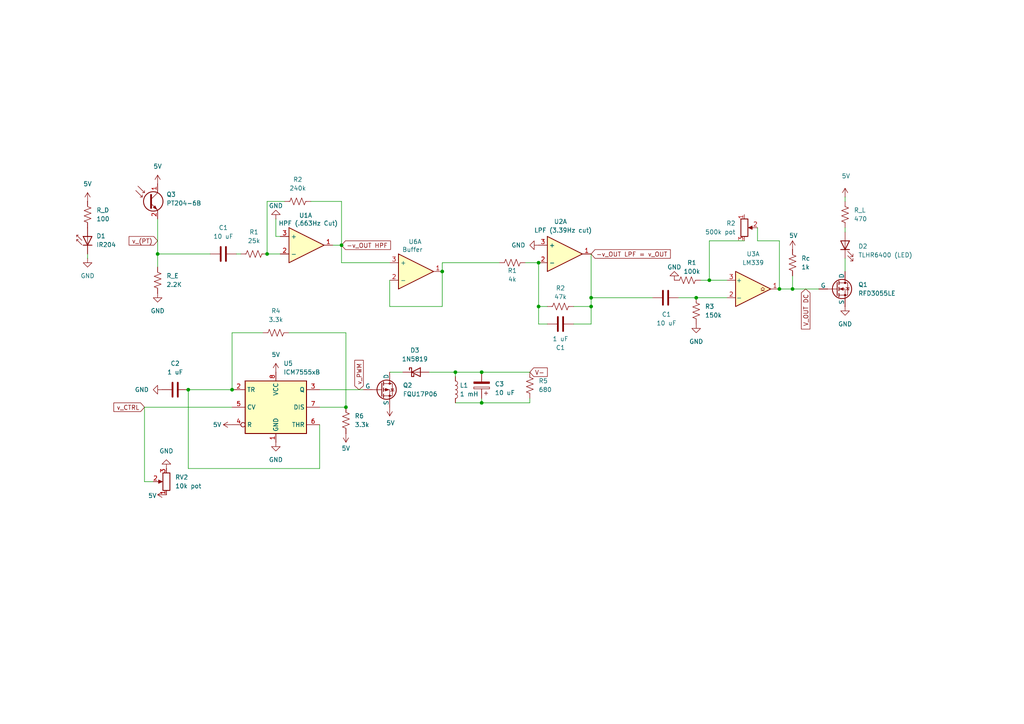
<source format=kicad_sch>
(kicad_sch (version 20231120) (generator "eeschema") (generator_version "8.0")
  (paper "A4")
  (lib_symbols
    (symbol "Comparator:LM393" (pin_names (offset 0.127))
      (property "Reference" "U" (at 3.81 3.81 0))
      (property "Value" "LM393" (at 6.35 -3.81 0))
      (symbol "LM393_1_1"
        (polyline (pts (xy -5.08 5.08) (xy 5.08 0) (xy -5.08 -5.08) (xy -5.08 5.08)) (stroke (width 0.254)) (fill (type background)))
        (polyline (pts (xy 3.302 -0.508) (xy 2.794 -0.508) (xy 3.302 0) (xy 2.794 0.508) (xy 2.286 0) (xy 2.794 -0.508) (xy 2.286 -0.508)) (stroke (width 0.127)))
        (pin open_collector line (at 7.62 0 180) (length 2.54) (name "~") (number "1"))
        (pin input line (at -7.62 -2.54 0) (length 2.54) (name "-") (number "2"))
        (pin input line (at -7.62 2.54 0) (length 2.54) (name "+") (number "3"))
      )
      (symbol "LM393_2_1"
        (polyline (pts (xy -5.08 5.08) (xy 5.08 0) (xy -5.08 -5.08) (xy -5.08 5.08)) (stroke (width 0.254)) (fill (type background)))
        (polyline (pts (xy 3.302 -0.508) (xy 2.794 -0.508) (xy 3.302 0) (xy 2.794 0.508) (xy 2.286 0) (xy 2.794 -0.508) (xy 2.286 -0.508)) (stroke (width 0.127)))
        (pin input line (at -7.62 2.54 0) (length 2.54) (name "+") (number "5"))
        (pin input line (at -7.62 -2.54 0) (length 2.54) (name "-") (number "6"))
        (pin open_collector line (at 7.62 0 180) (length 2.54) (name "~") (number "7"))
      )
      (symbol "LM393_3_1"
        (pin power_in line (at -2.54 -7.62 90) (length 3.81) (name "V-") (number "4"))
        (pin power_in line (at -2.54 7.62 270) (length 3.81) (name "V+") (number "8"))
      )
    )
    (symbol "Device:C" (pin_numbers hide) (pin_names (offset 0.254))
      (property "Reference" "C" (at 0.635 2.54 0))
      (property "Value" "C" (at 0.635 -2.54 0))
      (symbol "C_0_1"
        (polyline (pts (xy -2.032 -0.762) (xy 2.032 -0.762)) (stroke (width 0.508)))
        (polyline (pts (xy -2.032 0.762) (xy 2.032 0.762)) (stroke (width 0.508)))
      )
      (symbol "C_1_1"
        (pin passive line (at 0 3.81 270) (length 2.794) (name "~") (number "1"))
        (pin passive line (at 0 -3.81 90) (length 2.794) (name "~") (number "2"))
      )
    )
    (symbol "Device:C_Polarized" (pin_numbers hide) (pin_names (offset 0.254))
      (property "Reference" "C" (at 0.635 2.54 0))
      (property "Value" "C_Polarized" (at 0.635 -2.54 0))
      (symbol "C_Polarized_0_1"
        (rectangle (start -2.286 0.508) (end 2.286 1.016))
        (polyline (pts (xy -1.778 2.286) (xy -0.762 2.286)))
        (polyline (pts (xy -1.27 2.794) (xy -1.27 1.778)))
        (rectangle (start 2.286 -0.508) (end -2.286 -1.016) (fill (type outline)))
      )
      (symbol "C_Polarized_1_1"
        (pin passive line (at 0 3.81 270) (length 2.794) (name "~") (number "1"))
        (pin passive line (at 0 -3.81 90) (length 2.794) (name "~") (number "2"))
      )
    )
    (symbol "Device:L" (pin_numbers hide) (pin_names (offset 1.016) hide)
      (property "Reference" "L" (at -1.27 0 90))
      (property "Value" "L" (at 1.905 0 90))
      (symbol "L_0_1"
        (arc (start 0 -2.54) (mid 0.6323 -1.905) (end 0 -1.27))
        (arc (start 0 -1.27) (mid 0.6323 -0.635) (end 0 0))
        (arc (start 0 0) (mid 0.6323 0.635) (end 0 1.27))
        (arc (start 0 1.27) (mid 0.6323 1.905) (end 0 2.54))
      )
      (symbol "L_1_1"
        (pin passive line (at 0 3.81 270) (length 1.27) (name "1") (number "1"))
        (pin passive line (at 0 -3.81 90) (length 1.27) (name "2") (number "2"))
      )
    )
    (symbol "Device:LED" (pin_numbers hide) (pin_names (offset 1.016) hide)
      (property "Reference" "D" (at 0 2.54 0))
      (property "Value" "LED" (at 0 -2.54 0))
      (symbol "LED_0_1"
        (polyline (pts (xy -1.27 -1.27) (xy -1.27 1.27)) (stroke (width 0.254)))
        (polyline (pts (xy -1.27 0) (xy 1.27 0)))
        (polyline (pts (xy 1.27 -1.27) (xy 1.27 1.27) (xy -1.27 0) (xy 1.27 -1.27)) (stroke (width 0.254)))
        (polyline (pts (xy -3.048 -0.762) (xy -4.572 -2.286) (xy -3.81 -2.286) (xy -4.572 -2.286) (xy -4.572 -1.524)))
        (polyline (pts (xy -1.778 -0.762) (xy -3.302 -2.286) (xy -2.54 -2.286) (xy -3.302 -2.286) (xy -3.302 -1.524)))
      )
      (symbol "LED_1_1"
        (pin passive line (at -3.81 0 0) (length 2.54) (name "K") (number "1"))
        (pin passive line (at 3.81 0 180) (length 2.54) (name "A") (number "2"))
      )
    )
    (symbol "Device:Opamp_Dual"
      (property "Reference" "U" (at 0 5.08 0))
      (property "Value" "Opamp_Dual" (at 0 -5.08 0))
      (symbol "Opamp_Dual_1_1"
        (polyline (pts (xy -5.08 5.08) (xy 5.08 0) (xy -5.08 -5.08) (xy -5.08 5.08)) (stroke (width 0.254)) (fill (type background)))
        (pin output line (at 7.62 0 180) (length 2.54) (name "~") (number "1"))
        (pin input line (at -7.62 -2.54 0) (length 2.54) (name "-") (number "2"))
        (pin input line (at -7.62 2.54 0) (length 2.54) (name "+") (number "3"))
      )
      (symbol "Opamp_Dual_2_1"
        (polyline (pts (xy -5.08 5.08) (xy 5.08 0) (xy -5.08 -5.08) (xy -5.08 5.08)) (stroke (width 0.254)) (fill (type background)))
        (pin input line (at -7.62 2.54 0) (length 2.54) (name "+") (number "5"))
        (pin input line (at -7.62 -2.54 0) (length 2.54) (name "-") (number "6"))
        (pin output line (at 7.62 0 180) (length 2.54) (name "~") (number "7"))
      )
      (symbol "Opamp_Dual_3_1"
        (pin power_in line (at -2.54 -7.62 90) (length 3.81) (name "V-") (number "4"))
        (pin power_in line (at -2.54 7.62 270) (length 3.81) (name "V+") (number "8"))
      )
    )
    (symbol "Device:R_Potentiometer" (pin_names (offset 1.016) hide)
      (property "Reference" "RV" (at -4.445 0 90))
      (property "Value" "R_Potentiometer" (at -2.54 0 90))
      (symbol "R_Potentiometer_0_1"
        (polyline (pts (xy 2.54 0) (xy 1.524 0)))
        (polyline (pts (xy 1.143 0) (xy 2.286 0.508) (xy 2.286 -0.508) (xy 1.143 0)) (fill (type outline)))
        (rectangle (start 1.016 2.54) (end -1.016 -2.54) (stroke (width 0.254)))
      )
      (symbol "R_Potentiometer_1_1"
        (pin passive line (at 0 3.81 270) (length 1.27) (name "1") (number "1"))
        (pin passive line (at 3.81 0 180) (length 1.27) (name "2") (number "2"))
        (pin passive line (at 0 -3.81 90) (length 1.27) (name "3") (number "3"))
      )
    )
    (symbol "Device:R_US" (pin_numbers hide) (pin_names (offset 0))
      (property "Reference" "R" (at 2.54 0 90))
      (property "Value" "R_US" (at -2.54 0 90))
      (symbol "R_US_0_1"
        (polyline (pts (xy 0 -2.286) (xy 0 -2.54)))
        (polyline (pts (xy 0 2.286) (xy 0 2.54)))
        (polyline (pts (xy 0 -0.762) (xy 1.016 -1.143) (xy 0 -1.524) (xy -1.016 -1.905) (xy 0 -2.286)))
        (polyline (pts (xy 0 0.762) (xy 1.016 0.381) (xy 0 0) (xy -1.016 -0.381) (xy 0 -0.762)))
        (polyline (pts (xy 0 2.286) (xy 1.016 1.905) (xy 0 1.524) (xy -1.016 1.143) (xy 0 0.762)))
      )
      (symbol "R_US_1_1"
        (pin passive line (at 0 3.81 270) (length 1.27) (name "~") (number "1"))
        (pin passive line (at 0 -3.81 90) (length 1.27) (name "~") (number "2"))
      )
    )
    (symbol "Diode:1N5819" (pin_numbers hide) (pin_names (offset 1.016) hide)
      (property "Reference" "D" (at 0 2.54 0))
      (property "Value" "1N5819" (at 0 -2.54 0))
      (symbol "1N5819_0_1"
        (polyline (pts (xy 1.27 0) (xy -1.27 0)))
        (polyline (pts (xy 1.27 1.27) (xy 1.27 -1.27) (xy -1.27 0) (xy 1.27 1.27)) (stroke (width 0.254)))
        (polyline (pts (xy -1.905 0.635) (xy -1.905 1.27) (xy -1.27 1.27) (xy -1.27 -1.27) (xy -0.635 -1.27) (xy -0.635 -0.635)) (stroke (width 0.254)))
      )
      (symbol "1N5819_1_1"
        (pin passive line (at -3.81 0 0) (length 2.54) (name "K") (number "1"))
        (pin passive line (at 3.81 0 180) (length 2.54) (name "A") (number "2"))
      )
    )
    (symbol "LED:IR204A" (pin_numbers hide) (pin_names (offset 1.016) hide)
      (property "Reference" "D" (at 0.508 1.778 0))
      (property "Value" "IR204A" (at -1.016 -2.794 0))
      (symbol "IR204A_0_1"
        (polyline (pts (xy -2.54 1.27) (xy -2.54 -1.27)) (stroke (width 0.254)))
        (polyline (pts (xy 0 0) (xy -2.54 0)))
        (polyline (pts (xy 0.381 3.175) (xy -0.127 3.175)))
        (polyline (pts (xy -1.143 1.651) (xy 0.381 3.175) (xy 0.381 2.667)))
        (polyline (pts (xy 0 1.27) (xy -2.54 0) (xy 0 -1.27) (xy 0 1.27)) (stroke (width 0.254)))
        (polyline (pts (xy -2.413 1.651) (xy -0.889 3.175) (xy -0.889 2.667) (xy -0.889 3.175) (xy -1.397 3.175)))
      )
      (symbol "IR204A_1_1"
        (pin passive line (at -5.08 0 0) (length 2.54) (name "K") (number "1"))
        (pin passive line (at 2.54 0 180) (length 2.54) (name "A") (number "2"))
      )
    )
    (symbol "Sensor_Optical:BP103BF" (pin_names (offset 0) hide)
      (property "Reference" "Q" (at 5.08 1.27 0))
      (property "Value" "BP103BF" (at 5.08 -1.27 0))
      (symbol "BP103BF_0_1"
        (polyline (pts (xy -1.905 1.27) (xy -2.54 1.27)))
        (polyline (pts (xy -1.27 2.54) (xy -1.905 2.54)))
        (polyline (pts (xy 0.635 0.635) (xy 2.54 2.54)))
        (polyline (pts (xy -3.81 3.175) (xy -1.905 1.27) (xy -1.905 1.905)))
        (polyline (pts (xy -3.175 4.445) (xy -1.27 2.54) (xy -1.27 3.175)))
        (polyline (pts (xy 0.635 -0.635) (xy 2.54 -2.54) (xy 2.54 -2.54)))
        (polyline (pts (xy 0.635 1.905) (xy 0.635 -1.905) (xy 0.635 -1.905)) (stroke (width 0.508)))
        (polyline (pts (xy 1.27 -1.778) (xy 1.778 -1.27) (xy 2.286 -2.286) (xy 1.27 -1.778) (xy 1.27 -1.778)) (fill (type outline)))
        (circle (center 1.27 0) (radius 2.8194) (stroke (width 0.254)))
      )
      (symbol "BP103BF_1_1"
        (pin passive line (at 2.54 5.08 270) (length 2.54) (name "C") (number "1"))
        (pin passive line (at 2.54 -5.08 90) (length 2.54) (name "E") (number "2"))
      )
    )
    (symbol "Simulation_SPICE:NMOS" (pin_numbers hide) (pin_names (offset 0))
      (property "Reference" "Q" (at 5.08 1.27 0))
      (property "Value" "NMOS" (at 5.08 -1.27 0))
      (symbol "NMOS_0_1"
        (polyline (pts (xy 0.254 0) (xy -2.54 0)))
        (polyline (pts (xy 0.254 1.905) (xy 0.254 -1.905)) (stroke (width 0.254)))
        (polyline (pts (xy 0.762 -1.27) (xy 0.762 -2.286)) (stroke (width 0.254)))
        (polyline (pts (xy 0.762 0.508) (xy 0.762 -0.508)) (stroke (width 0.254)))
        (polyline (pts (xy 0.762 2.286) (xy 0.762 1.27)) (stroke (width 0.254)))
        (polyline (pts (xy 2.54 2.54) (xy 2.54 1.778)))
        (polyline (pts (xy 2.54 -2.54) (xy 2.54 0) (xy 0.762 0)))
        (polyline (pts (xy 0.762 -1.778) (xy 3.302 -1.778) (xy 3.302 1.778) (xy 0.762 1.778)))
        (polyline (pts (xy 1.016 0) (xy 2.032 0.381) (xy 2.032 -0.381) (xy 1.016 0)) (fill (type outline)))
        (polyline (pts (xy 2.794 0.508) (xy 2.921 0.381) (xy 3.683 0.381) (xy 3.81 0.254)))
        (polyline (pts (xy 3.302 0.381) (xy 2.921 -0.254) (xy 3.683 -0.254) (xy 3.302 0.381)))
        (circle (center 1.651 0) (radius 2.794) (stroke (width 0.254)))
        (circle (center 2.54 -1.778) (radius 0.254) (fill (type outline)))
        (circle (center 2.54 1.778) (radius 0.254) (fill (type outline)))
      )
      (symbol "NMOS_1_1"
        (pin passive line (at 2.54 5.08 270) (length 2.54) (name "D") (number "1"))
        (pin input line (at -5.08 0 0) (length 2.54) (name "G") (number "2"))
        (pin passive line (at 2.54 -5.08 90) (length 2.54) (name "S") (number "3"))
      )
    )
    (symbol "Simulation_SPICE:PMOS" (pin_numbers hide) (pin_names (offset 0))
      (property "Reference" "Q" (at 5.08 1.27 0))
      (property "Value" "PMOS" (at 5.08 -1.27 0))
      (symbol "PMOS_0_1"
        (polyline (pts (xy 0.254 0) (xy -2.54 0)))
        (polyline (pts (xy 0.254 1.905) (xy 0.254 -1.905)) (stroke (width 0.254)))
        (polyline (pts (xy 0.762 -1.27) (xy 0.762 -2.286)) (stroke (width 0.254)))
        (polyline (pts (xy 0.762 0.508) (xy 0.762 -0.508)) (stroke (width 0.254)))
        (polyline (pts (xy 0.762 2.286) (xy 0.762 1.27)) (stroke (width 0.254)))
        (polyline (pts (xy 2.54 2.54) (xy 2.54 1.778)))
        (polyline (pts (xy 2.54 -2.54) (xy 2.54 0) (xy 0.762 0)))
        (polyline (pts (xy 0.762 1.778) (xy 3.302 1.778) (xy 3.302 -1.778) (xy 0.762 -1.778)))
        (polyline (pts (xy 2.286 0) (xy 1.27 0.381) (xy 1.27 -0.381) (xy 2.286 0)) (fill (type outline)))
        (polyline (pts (xy 2.794 -0.508) (xy 2.921 -0.381) (xy 3.683 -0.381) (xy 3.81 -0.254)))
        (polyline (pts (xy 3.302 -0.381) (xy 2.921 0.254) (xy 3.683 0.254) (xy 3.302 -0.381)))
        (circle (center 1.651 0) (radius 2.794) (stroke (width 0.254)))
        (circle (center 2.54 -1.778) (radius 0.254) (fill (type outline)))
        (circle (center 2.54 1.778) (radius 0.254) (fill (type outline)))
      )
      (symbol "PMOS_1_1"
        (pin passive line (at 2.54 5.08 270) (length 2.54) (name "D") (number "1"))
        (pin input line (at -5.08 0 0) (length 2.54) (name "G") (number "2"))
        (pin passive line (at 2.54 -5.08 90) (length 2.54) (name "S") (number "3"))
      )
    )
    (symbol "Timer:ICM7555xB"
      (property "Reference" "U" (at -10.16 8.89 0))
      (property "Value" "ICM7555xB" (at 2.54 8.89 0))
      (symbol "ICM7555xB_0_0"
        (pin power_in line (at 0 -10.16 90) (length 2.54) (name "GND") (number "1"))
        (pin power_in line (at 0 10.16 270) (length 2.54) (name "VCC") (number "8"))
      )
      (symbol "ICM7555xB_0_1"
        (rectangle (start -8.89 -7.62) (end 8.89 7.62) (stroke (width 0.254)) (fill (type background)))
        (rectangle (start -8.89 -7.62) (end 8.89 7.62) (stroke (width 0.254)) (fill (type background)))
      )
      (symbol "ICM7555xB_1_1"
        (pin input line (at -12.7 5.08 0) (length 3.81) (name "TR") (number "2"))
        (pin output line (at 12.7 5.08 180) (length 3.81) (name "Q") (number "3"))
        (pin input inverted (at -12.7 -5.08 0) (length 3.81) (name "R") (number "4"))
        (pin input line (at -12.7 0 0) (length 3.81) (name "CV") (number "5"))
        (pin input line (at 12.7 -5.08 180) (length 3.81) (name "THR") (number "6"))
        (pin input line (at 12.7 0 180) (length 3.81) (name "DIS") (number "7"))
      )
    )
    (symbol "power:GND" (power) (pin_numbers hide) (pin_names (offset 0) hide)
      (property "Value" "GND" (at 0 -3.81 0))
      (symbol "GND_0_1"
        (polyline (pts (xy 0 0) (xy 0 -1.27) (xy 1.27 -1.27) (xy 0 -2.54) (xy -1.27 -1.27) (xy 0 -1.27)))
      )
      (symbol "GND_1_1"
        (pin power_in line (at 0 0 270) (length 0) (name "~") (number "1"))
      )
    )
    (symbol "power:GND1" (power) (pin_numbers hide) (pin_names (offset 0) hide)
      (property "Value" "GND1" (at 0 -3.81 0))
      (symbol "GND1_0_1"
        (polyline (pts (xy 0 0) (xy 0 -1.27) (xy 1.27 -1.27) (xy 0 -2.54) (xy -1.27 -1.27) (xy 0 -1.27)))
      )
      (symbol "GND1_1_1"
        (pin power_in line (at 0 0 270) (length 0) (name "~") (number "1"))
      )
    )
    (symbol "power:VAA" (power) (pin_numbers hide) (pin_names (offset 0) hide)
      (property "Value" "VAA" (at 0 3.556 0))
      (symbol "VAA_0_1"
        (polyline (pts (xy -0.762 1.27) (xy 0 2.54)))
        (polyline (pts (xy 0 0) (xy 0 2.54)))
        (polyline (pts (xy 0 2.54) (xy 0.762 1.27)))
      )
      (symbol "VAA_1_1"
        (pin power_in line (at 0 0 90) (length 0) (name "~") (number "1"))
      )
    )
    (symbol "power:VCCQ" (power) (pin_numbers hide) (pin_names (offset 0) hide)
      (property "Value" "VCCQ" (at 0 3.556 0))
      (symbol "VCCQ_0_1"
        (polyline (pts (xy -0.762 1.27) (xy 0 2.54)))
        (polyline (pts (xy 0 0) (xy 0 2.54)))
        (polyline (pts (xy 0 2.54) (xy 0.762 1.27)))
      )
      (symbol "VCCQ_1_1"
        (pin power_in line (at 0 0 90) (length 0) (name "~") (number "1"))
      )
    )
  )
  (junction (at 226.06 83.82))
  (junction (at 171.45 86.36))
  (junction (at 99.06 71.12))
  (junction (at 156.21 88.9))
  (junction (at 67.31 113.03))
  (junction (at 128.27 78.74))
  (junction (at 54.61 113.03))
  (junction (at 156.21 76.2))
  (junction (at 139.7 107.95))
  (junction (at 201.93 86.36))
  (junction (at 229.87 83.82))
  (junction (at 100.33 118.11))
  (junction (at 77.47 73.66))
  (junction (at 45.72 73.66))
  (junction (at 132.08 107.95))
  (junction (at 171.45 88.9))
  (junction (at 205.74 81.28))
  (junction (at 139.7 116.84))
  (wire (pts (xy 132.08 107.95) (xy 139.7 107.95)))
  (wire (pts (xy 45.72 63.5) (xy 45.72 73.66)))
  (wire (pts (xy 54.61 113.03) (xy 67.31 113.03)))
  (wire (pts (xy 156.21 93.98) (xy 156.21 88.9)))
  (wire (pts (xy 139.7 115.57) (xy 139.7 116.84)))
  (wire (pts (xy 171.45 73.66) (xy 171.45 86.36)))
  (wire (pts (xy 205.74 69.85) (xy 215.9 69.85)))
  (wire (pts (xy 90.17 58.42) (xy 99.06 58.42)))
  (wire (pts (xy 229.87 83.82) (xy 226.06 83.82)))
  (wire (pts (xy 45.72 73.66) (xy 45.72 77.47)))
  (wire (pts (xy 128.27 78.74) (xy 128.27 88.9)))
  (wire (pts (xy 77.47 73.66) (xy 81.28 73.66)))
  (wire (pts (xy 203.2 81.28) (xy 205.74 81.28)))
  (wire (pts (xy 45.72 73.66) (xy 60.96 73.66)))
  (wire (pts (xy 41.91 118.11) (xy 67.31 118.11)))
  (wire (pts (xy 67.31 113.03) (xy 67.31 96.52)))
  (wire (pts (xy 229.87 83.82) (xy 237.49 83.82)))
  (wire (pts (xy 80.01 63.5) (xy 80.01 68.58)))
  (wire (pts (xy 171.45 86.36) (xy 189.23 86.36)))
  (wire (pts (xy 245.11 66.04) (xy 245.11 67.31)))
  (wire (pts (xy 92.71 123.19) (xy 92.71 135.89)))
  (wire (pts (xy 124.46 107.95) (xy 132.08 107.95)))
  (wire (pts (xy 156.21 88.9) (xy 158.75 88.9)))
  (wire (pts (xy 205.74 69.85) (xy 205.74 81.28)))
  (wire (pts (xy 99.06 71.12) (xy 96.52 71.12)))
  (wire (pts (xy 229.87 80.01) (xy 229.87 83.82)))
  (wire (pts (xy 201.93 86.36) (xy 210.82 86.36)))
  (wire (pts (xy 245.11 74.93) (xy 245.11 78.74)))
  (wire (pts (xy 156.21 76.2) (xy 156.21 88.9)))
  (wire (pts (xy 128.27 76.2) (xy 128.27 78.74)))
  (wire (pts (xy 99.06 76.2) (xy 113.03 76.2)))
  (wire (pts (xy 153.67 116.84) (xy 153.67 115.57)))
  (wire (pts (xy 171.45 93.98) (xy 166.37 93.98)))
  (wire (pts (xy 44.45 139.7) (xy 41.91 139.7)))
  (wire (pts (xy 171.45 86.36) (xy 171.45 88.9)))
  (wire (pts (xy 99.06 76.2) (xy 99.06 71.12)))
  (wire (pts (xy 166.37 88.9) (xy 171.45 88.9)))
  (wire (pts (xy 99.06 58.42) (xy 99.06 71.12)))
  (wire (pts (xy 219.71 69.85) (xy 226.06 69.85)))
  (wire (pts (xy 41.91 118.11) (xy 41.91 139.7)))
  (wire (pts (xy 113.03 107.95) (xy 116.84 107.95)))
  (wire (pts (xy 139.7 116.84) (xy 153.67 116.84)))
  (wire (pts (xy 92.71 113.03) (xy 105.41 113.03)))
  (wire (pts (xy 68.58 73.66) (xy 69.85 73.66)))
  (wire (pts (xy 113.03 81.28) (xy 113.03 88.9)))
  (wire (pts (xy 219.71 66.04) (xy 219.71 69.85)))
  (wire (pts (xy 67.31 96.52) (xy 76.2 96.52)))
  (wire (pts (xy 171.45 88.9) (xy 171.45 93.98)))
  (wire (pts (xy 245.11 57.15) (xy 245.11 58.42)))
  (wire (pts (xy 100.33 118.11) (xy 92.71 118.11)))
  (wire (pts (xy 82.55 58.42) (xy 77.47 58.42)))
  (wire (pts (xy 83.82 96.52) (xy 100.33 96.52)))
  (wire (pts (xy 144.78 76.2) (xy 128.27 76.2)))
  (wire (pts (xy 100.33 96.52) (xy 100.33 118.11)))
  (wire (pts (xy 205.74 81.28) (xy 210.82 81.28)))
  (wire (pts (xy 77.47 58.42) (xy 77.47 73.66)))
  (wire (pts (xy 80.01 68.58) (xy 81.28 68.58)))
  (wire (pts (xy 54.61 135.89) (xy 54.61 113.03)))
  (wire (pts (xy 158.75 93.98) (xy 156.21 93.98)))
  (wire (pts (xy 113.03 88.9) (xy 128.27 88.9)))
  (wire (pts (xy 92.71 135.89) (xy 54.61 135.89)))
  (wire (pts (xy 139.7 107.95) (xy 153.67 107.95)))
  (wire (pts (xy 25.4 73.66) (xy 25.4 74.93)))
  (wire (pts (xy 226.06 69.85) (xy 226.06 83.82)))
  (wire (pts (xy 132.08 107.95) (xy 132.08 109.22)))
  (wire (pts (xy 152.4 76.2) (xy 156.21 76.2)))
  (wire (pts (xy 201.93 86.36) (xy 196.85 86.36)))
  (wire (pts (xy 132.08 116.84) (xy 139.7 116.84)))
  (global_label "v_PWM" (shape input) (at 104.14 113.03 90) (property "Intersheetrefs" "${INTERSHEET_REFS}" (effects (hide yes))))
  (global_label "v_(PT)" (shape input) (at 45.72 69.85 180) (property "Intersheetrefs" "${INTERSHEET_REFS}" (effects (hide yes))))
  (global_label "V_OUT DC" (shape input) (at 233.68 83.82 270) (property "Intersheetrefs" "${INTERSHEET_REFS}" (effects (hide yes))))
  (global_label "V-" (shape input) (at 153.67 107.95 0) (property "Intersheetrefs" "${INTERSHEET_REFS}" (effects (hide yes))))
  (global_label "-v_OUT LPF = v_OUT" (shape input) (at 171.45 73.66 0) (property "Intersheetrefs" "${INTERSHEET_REFS}" (effects (hide yes))))
  (global_label "v_CTRL" (shape input) (at 41.91 118.11 180) (property "Intersheetrefs" "${INTERSHEET_REFS}" (effects (hide yes))))
  (global_label "-v_OUT HPF" (shape input) (at 99.06 71.12 0) (property "Intersheetrefs" "${INTERSHEET_REFS}" (effects (hide yes))))
  (symbol (lib_id "Device:R_US") (at 45.72 81.28 180) (unit 1)
    (property "Reference" "R_E" (at 48.26 80.0099 0) (effects (justify right)))
    (property "Value" "2.2K" (at 48.26 82.5499 0) (effects (justify right)))
    (property "Description" "Resistor, US symbol" (effects (hide yes)))
  )
  (symbol (lib_id "Device:C") (at 50.8 113.03 90) (unit 1)
    (property "Reference" "C2" (at 50.8 105.41 90))
    (property "Value" "1 uF" (at 50.8 107.95 90))
    (property "Description" "Unpolarized capacitor" (effects (hide yes)))
  )
  (symbol (lib_id "Device:R_US") (at 201.93 90.17 180) (unit 1)
    (property "Reference" "R3" (at 204.47 88.8999 0) (effects (justify right)))
    (property "Value" "150k" (at 204.47 91.4399 0) (effects (justify right)))
    (property "Description" "Resistor, US symbol" (effects (hide yes)))
  )
  (symbol (lib_id "Device:C") (at 162.56 93.98 270) (unit 1)
    (property "Reference" "C1" (at 162.56 100.838 90))
    (property "Value" "1 uF" (at 162.56 98.298 90))
    (property "Description" "Unpolarized capacitor" (effects (hide yes)))
  )
  (symbol (lib_id "Device:R_US") (at 162.56 88.9 90) (unit 1)
    (property "Reference" "R2" (at 162.56 83.566 90))
    (property "Value" "47k" (at 162.56 86.106 90))
    (property "Description" "Resistor, US symbol" (effects (hide yes)))
  )
  (symbol (lib_id "Device:R_US") (at 73.66 73.66 90) (unit 1)
    (property "Reference" "R1" (at 73.66 67.31 90))
    (property "Value" "25k" (at 73.66 69.85 90))
    (property "Description" "Resistor, US symbol" (effects (hide yes)))
  )
  (symbol (lib_id "Device:L") (at 132.08 113.03 0) (unit 1)
    (property "Reference" "L1" (at 133.35 111.7599 0) (effects (justify left)))
    (property "Value" "1 mH" (at 133.35 114.2999 0) (effects (justify left)))
    (property "Description" "Inductor" (effects (hide yes)))
  )
  (symbol (lib_id "power:GND") (at 80.01 63.5 180) (unit 1)
    (property "Reference" "#PWR01" (effects (hide yes)))
    (property "Value" "GND" (at 80.01 59.69 0))
    (property "Description" "Power symbol creates a global label with name \"GND\" , ground" (effects (hide yes)))
  )
  (symbol (lib_id "power:GND") (at 201.93 93.98 0) (unit 1)
    (property "Reference" "#PWR03" (effects (hide yes)))
    (property "Value" "GND" (at 201.93 99.06 0))
    (property "Description" "Power symbol creates a global label with name \"GND\" , ground" (effects (hide yes)))
  )
  (symbol (lib_id "Device:C") (at 64.77 73.66 90) (unit 1)
    (property "Reference" "C1" (at 64.77 66.04 90))
    (property "Value" "10 uF" (at 64.77 68.58 90))
    (property "Description" "Unpolarized capacitor" (effects (hide yes)))
  )
  (symbol (lib_id "Diode:1N5819") (at 120.65 107.95 0) (unit 1)
    (property "Reference" "D3" (at 120.3325 101.6 0))
    (property "Value" "1N5819" (at 120.3325 104.14 0))
    (property "Footprint" "Diode_THT:D_DO-41_SOD81_P10.16mm_Horizontal" (effects (hide yes)))
    (property "Datasheet" "http://www.vishay.com/docs/88525/1n5817.pdf" (effects (hide yes)))
    (property "Description" "40V 1A Schottky Barrier Rectifier Diode, DO-41" (effects (hide yes)))
  )
  (symbol (lib_id "power:GND1") (at 45.72 85.09 0) (unit 1)
    (property "Reference" "#PWR08" (effects (hide yes)))
    (property "Value" "GND" (at 45.72 90.17 0))
    (property "Description" "Power symbol creates a global label with name \"GND1\" , ground" (effects (hide yes)))
  )
  (symbol (lib_id "power:VCCQ") (at 48.26 143.51 90) (unit 1)
    (property "Reference" "#PWR016" (effects (hide yes)))
    (property "Value" "5V" (at 44.196 143.764 90))
    (property "Description" "Power symbol creates a global label with name \"VCCQ\"" (effects (hide yes)))
  )
  (symbol (lib_id "Device:Opamp_Dual") (at 88.9 71.12 0) (unit 1)
    (property "Reference" "U1" (at 88.646 62.484 0))
    (property "Value" "HPF (.663Hz Cut)" (at 89.408 64.77 0))
    (property "Description" "Dual operational amplifier" (effects (hide yes)))
    (property "Sim.Library" "${KICAD7_SYMBOL_DIR}/Simulation_SPICE.sp" (effects (hide yes)))
    (property "Sim.Name" "kicad_builtin_opamp_dual" (effects (hide yes)))
    (property "Sim.Device" "SUBCKT" (effects (hide yes)))
    (property "Sim.Pins" "1=out1 2=in1- 3=in1+ 4=vee 5=in2+ 6=in2- 7=out2 8=vcc" (effects (hide yes)))
  )
  (symbol (lib_id "Device:Opamp_Dual") (at 163.83 73.66 0) (unit 1)
    (property "Reference" "U2" (at 162.56 64.262 0))
    (property "Value" "LPF (3.39Hz cut)" (at 163.322 66.802 0))
    (property "Description" "Dual operational amplifier" (effects (hide yes)))
    (property "Sim.Library" "${KICAD7_SYMBOL_DIR}/Simulation_SPICE.sp" (effects (hide yes)))
    (property "Sim.Name" "kicad_builtin_opamp_dual" (effects (hide yes)))
    (property "Sim.Device" "SUBCKT" (effects (hide yes)))
    (property "Sim.Pins" "1=out1 2=in1- 3=in1+ 4=vee 5=in2+ 6=in2- 7=out2 8=vcc" (effects (hide yes)))
  )
  (symbol (lib_id "Device:R_US") (at 148.59 76.2 270) (unit 1)
    (property "Reference" "R1" (at 148.59 78.486 90))
    (property "Value" "4k" (at 148.59 81.026 90))
    (property "Description" "Resistor, US symbol" (effects (hide yes)))
  )
  (symbol (lib_id "Simulation_SPICE:PMOS") (at 110.49 113.03 0) (unit 1)
    (property "Reference" "Q2" (at 116.84 111.7599 0) (effects (justify left)))
    (property "Value" "FQU17P06" (at 116.84 114.2999 0) (effects (justify left)))
    (property "Datasheet" "https://ngspice.sourceforge.io/docs/ngspice-html-manual/manual.xhtml#cha_MOSFETs" (effects (hide yes)))
    (property "Description" "P-MOSFET transistor, drain/source/gate" (effects (hide yes)))
    (property "Sim.Device" "PMOS" (effects (hide yes)))
    (property "Sim.Type" "VDMOS" (effects (hide yes)))
    (property "Sim.Pins" "1=D 2=G 3=S" (effects (hide yes)))
  )
  (symbol (lib_id "LED:IR204A") (at 25.4 68.58 90) (unit 1)
    (property "Reference" "D1" (at 27.94 68.4529 90) (effects (justify right)))
    (property "Value" "IR204" (at 27.94 70.9929 90) (effects (justify right)))
    (property "Footprint" "LED_THT:LED_D3.0mm_IRBlack" (effects (hide yes)))
    (property "Datasheet" "http://www.everlight.com/file/ProductFile/IR204-A.pdf" (effects (hide yes)))
    (property "Description" "Infrared LED , 3mm LED package" (effects (hide yes)))
  )
  (symbol (lib_id "Sensor_Optical:BP103BF") (at 43.18 58.42 0) (unit 1)
    (property "Reference" "Q3" (at 48.26 56.4006 0) (effects (justify left)))
    (property "Value" "PT204-6B" (at 48.26 58.9406 0) (effects (justify left)))
    (property "Footprint" "LED_THT:LED_D5.0mm_Clear" (effects (hide yes)))
    (property "Datasheet" "http://www.b-kainka.de/Daten/Sensor/bp103bf.pdf" (effects (hide yes)))
    (property "Description" "NPN phototransistor with daylight filter" (effects (hide yes)))
  )
  (symbol (lib_id "Device:C_Polarized") (at 139.7 111.76 180) (unit 1)
    (property "Reference" "C3" (at 143.51 111.3789 0) (effects (justify right)))
    (property "Value" "10 uF" (at 143.51 113.9189 0) (effects (justify right)))
    (property "Description" "Polarized capacitor" (effects (hide yes)))
  )
  (symbol (lib_id "power:GND1") (at 48.26 135.89 180) (unit 1)
    (property "Reference" "#PWR023" (effects (hide yes)))
    (property "Value" "GND" (at 48.26 130.81 0))
    (property "Description" "Power symbol creates a global label with name \"GND1\" , ground" (effects (hide yes)))
  )
  (symbol (lib_id "power:GND1") (at 25.4 74.93 0) (unit 1)
    (property "Reference" "#PWR010" (effects (hide yes)))
    (property "Value" "GND" (at 25.4 80.01 0))
    (property "Description" "Power symbol creates a global label with name \"GND1\" , ground" (effects (hide yes)))
  )
  (symbol (lib_id "Device:R_US") (at 153.67 111.76 0) (unit 1)
    (property "Reference" "R5" (at 156.21 110.4899 0) (effects (justify left)))
    (property "Value" "680" (at 156.21 113.0299 0) (effects (justify left)))
    (property "Description" "Resistor, US symbol" (effects (hide yes)))
  )
  (symbol (lib_id "Simulation_SPICE:NMOS") (at 242.57 83.82 0) (unit 1)
    (property "Reference" "Q1" (at 248.92 82.5499 0) (effects (justify left)))
    (property "Value" "RFD3055LE" (at 248.92 85.0899 0) (effects (justify left)))
    (property "Datasheet" "https://ngspice.sourceforge.io/docs/ngspice-html-manual/manual.xhtml#cha_MOSFETs" (effects (hide yes)))
    (property "Description" "N-MOSFET transistor, drain/source/gate" (effects (hide yes)))
    (property "Sim.Device" "NMOS" (effects (hide yes)))
    (property "Sim.Type" "VDMOS" (effects (hide yes)))
    (property "Sim.Pins" "1=D 2=G 3=S" (effects (hide yes)))
  )
  (symbol (lib_id "power:VCCQ") (at 100.33 125.73 180) (unit 1)
    (property "Reference" "#PWR019" (effects (hide yes)))
    (property "Value" "5V" (at 99.06 130.048 0) (effects (justify right)))
    (property "Description" "Power symbol creates a global label with name \"VCCQ\"" (effects (hide yes)))
  )
  (symbol (lib_id "power:VCCQ") (at 113.03 118.11 180) (unit 1)
    (property "Reference" "#PWR018" (effects (hide yes)))
    (property "Value" "5V" (at 112.014 122.682 0) (effects (justify right)))
    (property "Description" "Power symbol creates a global label with name \"VCCQ\"" (effects (hide yes)))
  )
  (symbol (lib_id "Device:R_US") (at 25.4 62.23 180) (unit 1)
    (property "Reference" "R_D" (at 27.94 60.9599 0) (effects (justify right)))
    (property "Value" "100" (at 27.94 63.4999 0) (effects (justify right)))
    (property "Description" "Resistor, US symbol" (effects (hide yes)))
  )
  (symbol (lib_id "power:VCCQ") (at 67.31 123.19 90) (unit 1)
    (property "Reference" "#PWR014" (effects (hide yes)))
    (property "Value" "5V" (at 62.992 123.19 90))
    (property "Description" "Power symbol creates a global label with name \"VCCQ\"" (effects (hide yes)))
  )
  (symbol (lib_id "power:GND") (at 245.11 88.9 0) (unit 1)
    (property "Reference" "#PWR011" (effects (hide yes)))
    (property "Value" "GND" (at 245.11 93.98 0))
    (property "Description" "Power symbol creates a global label with name \"GND\" , ground" (effects (hide yes)))
  )
  (symbol (lib_id "power:VAA") (at 229.87 72.39 0) (unit 1)
    (property "Reference" "#PWR05" (effects (hide yes)))
    (property "Value" "5V" (at 228.854 68.326 0) (effects (justify left)))
    (property "Description" "Power symbol creates a global label with name \"VAA\"" (effects (hide yes)))
  )
  (symbol (lib_id "Device:R_Potentiometer") (at 48.26 139.7 180) (unit 1)
    (property "Reference" "RV2" (at 50.8 138.4299 0) (effects (justify right)))
    (property "Value" "10k pot" (at 50.8 140.9699 0) (effects (justify right)))
    (property "Description" "Potentiometer" (effects (hide yes)))
  )
  (symbol (lib_id "Timer:ICM7555xB") (at 80.01 118.11 0) (unit 1)
    (property "Reference" "U5" (at 82.2041 105.41 0) (effects (justify left)))
    (property "Value" "ICM7555xB" (at 82.2041 107.95 0) (effects (justify left)))
    (property "Footprint" "Package_SO:SOIC-8_3.9x4.9mm_P1.27mm" (effects (hide yes)))
    (property "Datasheet" "http://www.intersil.com/content/dam/Intersil/documents/icm7/icm7555-56.pdf" (effects (hide yes)))
    (property "Description" "CMOS General Purpose Timer, 555 compatible, SOIC-8" (effects (hide yes)))
  )
  (symbol (lib_id "Device:R_US") (at 80.01 96.52 90) (unit 1)
    (property "Reference" "R4" (at 80.01 90.17 90))
    (property "Value" "3.3k" (at 80.01 92.71 90))
    (property "Description" "Resistor, US symbol" (effects (hide yes)))
  )
  (symbol (lib_id "power:VCCQ") (at 45.72 53.34 0) (unit 1)
    (property "Reference" "#PWR09" (effects (hide yes)))
    (property "Value" "5V" (at 45.72 48.26 0))
    (property "Description" "Power symbol creates a global label with name \"VCCQ\"" (effects (hide yes)))
  )
  (symbol (lib_id "Device:R_US") (at 245.11 62.23 180) (unit 1)
    (property "Reference" "R_L" (at 247.65 60.9599 0) (effects (justify right)))
    (property "Value" "470" (at 247.65 63.4999 0) (effects (justify right)))
    (property "Description" "Resistor, US symbol" (effects (hide yes)))
  )
  (symbol (lib_id "Device:Opamp_Dual") (at 120.65 78.74 0) (unit 1)
    (property "Reference" "U6" (at 120.396 70.104 0))
    (property "Value" "Buffer" (at 119.634 72.39 0))
    (property "Description" "Dual operational amplifier" (effects (hide yes)))
    (property "Sim.Library" "${KICAD7_SYMBOL_DIR}/Simulation_SPICE.sp" (effects (hide yes)))
    (property "Sim.Name" "kicad_builtin_opamp_dual" (effects (hide yes)))
    (property "Sim.Device" "SUBCKT" (effects (hide yes)))
    (property "Sim.Pins" "1=out1 2=in1- 3=in1+ 4=vee 5=in2+ 6=in2- 7=out2 8=vcc" (effects (hide yes)))
  )
  (symbol (lib_id "power:VCCQ") (at 80.01 107.95 0) (unit 1)
    (property "Reference" "#PWR013" (effects (hide yes)))
    (property "Value" "5V" (at 78.74 102.87 0) (effects (justify left)))
    (property "Description" "Power symbol creates a global label with name \"VCCQ\"" (effects (hide yes)))
  )
  (symbol (lib_id "power:GND1") (at 46.99 113.03 270) (unit 1)
    (property "Reference" "#PWR015" (effects (hide yes)))
    (property "Value" "GND" (at 43.18 113.0299 90) (effects (justify right)))
    (property "Description" "Power symbol creates a global label with name \"GND1\" , ground" (effects (hide yes)))
  )
  (symbol (lib_id "power:GND") (at 156.21 71.12 270) (unit 1)
    (property "Reference" "#PWR02" (effects (hide yes)))
    (property "Value" "GND" (at 152.4 71.1199 90) (effects (justify right)))
    (property "Description" "Power symbol creates a global label with name \"GND\" , ground" (effects (hide yes)))
  )
  (symbol (lib_id "power:VAA") (at 245.11 57.15 0) (unit 1)
    (property "Reference" "#PWR07" (effects (hide yes)))
    (property "Value" "5V" (at 244.094 51.054 0) (effects (justify left)))
    (property "Description" "Power symbol creates a global label with name \"VAA\"" (effects (hide yes)))
  )
  (symbol (lib_id "power:GND") (at 195.58 81.28 180) (unit 1)
    (property "Reference" "#PWR04" (effects (hide yes)))
    (property "Value" "GND" (at 195.58 77.47 0))
    (property "Description" "Power symbol creates a global label with name \"GND\" , ground" (effects (hide yes)))
  )
  (symbol (lib_id "Device:C") (at 193.04 86.36 90) (unit 1)
    (property "Reference" "C1" (at 193.294 91.186 90))
    (property "Value" "10 uF" (at 193.294 93.726 90))
    (property "Description" "Unpolarized capacitor" (effects (hide yes)))
  )
  (symbol (lib_id "Device:R_US") (at 199.39 81.28 90) (unit 1)
    (property "Reference" "R1" (at 200.66 76.2 90))
    (property "Value" "100k" (at 200.66 78.74 90))
    (property "Description" "Resistor, US symbol" (effects (hide yes)))
  )
  (symbol (lib_id "Comparator:LM393") (at 218.44 83.82 0) (unit 1)
    (property "Reference" "U3" (at 218.44 73.66 0))
    (property "Value" "LM339" (at 218.44 76.2 0))
    (property "Datasheet" "http://www.ti.com/lit/ds/symlink/lm393.pdf" (effects (hide yes)))
    (property "Description" "Low-Power, Low-Offset Voltage, Dual Comparators, DIP-8/SOIC-8/TO-99-8" (effects (hide yes)))
  )
  (symbol (lib_id "power:GND1") (at 80.01 128.27 0) (unit 1)
    (property "Reference" "#PWR012" (effects (hide yes)))
    (property "Value" "GND" (at 80.01 133.35 0))
    (property "Description" "Power symbol creates a global label with name \"GND1\" , ground" (effects (hide yes)))
  )
  (symbol (lib_id "Device:LED") (at 245.11 71.12 90) (unit 1)
    (property "Reference" "D2" (at 248.92 71.4374 90) (effects (justify right)))
    (property "Value" "TLHR6400 (LED)" (at 248.92 73.9774 90) (effects (justify right)))
    (property "Description" "Light emitting diode" (effects (hide yes)))
  )
  (symbol (lib_id "Device:R_US") (at 229.87 76.2 180) (unit 1)
    (property "Reference" "Rc" (at 232.41 74.9299 0) (effects (justify right)))
    (property "Value" "1k" (at 232.41 77.4699 0) (effects (justify right)))
    (property "Description" "Resistor, US symbol" (effects (hide yes)))
  )
  (symbol (lib_id "power:VCCQ") (at 25.4 58.42 0) (unit 1)
    (property "Reference" "#PWR06" (effects (hide yes)))
    (property "Value" "5V" (at 25.4 53.34 0))
    (property "Description" "Power symbol creates a global label with name \"VCCQ\"" (effects (hide yes)))
  )
  (symbol (lib_id "Device:R_US") (at 86.36 58.42 90) (unit 1)
    (property "Reference" "R2" (at 86.36 52.07 90))
    (property "Value" "240k" (at 86.36 54.61 90))
    (property "Description" "Resistor, US symbol" (effects (hide yes)))
  )
  (symbol (lib_id "Device:R_US") (at 100.33 121.92 180) (unit 1)
    (property "Reference" "R6" (at 102.87 120.6499 0) (effects (justify right)))
    (property "Value" "3.3k" (at 102.87 123.1899 0) (effects (justify right)))
    (property "Description" "Resistor, US symbol" (effects (hide yes)))
  )
  (symbol (lib_id "Device:R_Potentiometer") (at 215.9 66.04 0) (unit 1)
    (property "Reference" "R2" (at 213.36 64.7699 0) (effects (justify right)))
    (property "Value" "500k pot" (at 213.36 67.3099 0) (effects (justify right)))
    (property "Description" "Potentiometer" (effects (hide yes)))
  )
)
</source>
